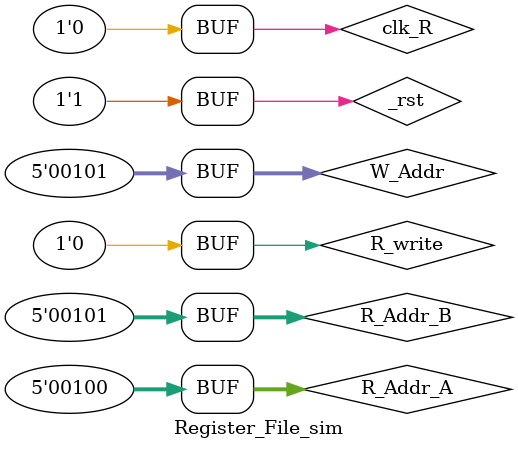
<source format=v>
`timescale 1ns / 1ps


module Register_File_sim();
    reg _rst,R_write,clk_R;
    reg [4:0] R_Addr_A,R_Addr_B,W_Addr;
    reg [31:0] W_Data;
    wire [31:0] R_Data_A,R_Data_B;
    Register_File sim(
        ._rst(_rst),
        .R_Addr_A(R_Addr_A),
        .R_Addr_B(R_Addr_B),
        .W_Addr(W_Addr),
        .R_write(R_write),
        .clk_R(clk_R),
        .W_Data(W_Data),
        .R_Data_A(R_Data_A),
        .R_Data_B(R_Data_B)
    );
    initial begin
        _rst=0;
        clk_R=0;
        R_write=0;
        R_Addr_A=1;
        R_Addr_B=2;
        W_Addr=4;
        W_Data=0;
        #50
        _rst=1;
        R_write=1;
        #200
        W_Data=R_Data_A+R_Data_B;
        clk_R=1;
        #50
        clk_R=0;
        R_write=0;
        #200
        R_Addr_A=4;
        R_Addr_B=2;
        W_Addr=5;
        #50
        R_write=1;
        W_Data=R_Data_A<<R_Data_B;
        #200
        clk_R=1;
        #50
        clk_R=0;
        R_write=0;
        R_Addr_A=4;
        R_Addr_B=5;
    end
endmodule

</source>
